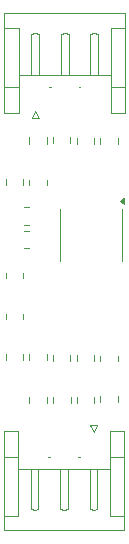
<source format=gbr>
%TF.GenerationSoftware,KiCad,Pcbnew,9.0.4*%
%TF.CreationDate,2025-09-26T15:47:01+05:30*%
%TF.ProjectId,EMG,454d472e-6b69-4636-9164-5f7063625858,rev?*%
%TF.SameCoordinates,Original*%
%TF.FileFunction,Legend,Top*%
%TF.FilePolarity,Positive*%
%FSLAX46Y46*%
G04 Gerber Fmt 4.6, Leading zero omitted, Abs format (unit mm)*
G04 Created by KiCad (PCBNEW 9.0.4) date 2025-09-26 15:47:01*
%MOMM*%
%LPD*%
G01*
G04 APERTURE LIST*
%ADD10C,0.120000*%
G04 APERTURE END LIST*
D10*
%TO.C,C8*%
X128575000Y-67456248D02*
X128575000Y-67978752D01*
X130045000Y-67456248D02*
X130045000Y-67978752D01*
%TO.C,C7*%
X130565000Y-67456248D02*
X130565000Y-67978752D01*
X132035000Y-67456248D02*
X132035000Y-67978752D01*
%TO.C,R3*%
X128565000Y-45502936D02*
X128565000Y-45957064D01*
X130035000Y-45502936D02*
X130035000Y-45957064D01*
%TO.C,C5*%
X126565000Y-64391252D02*
X126565000Y-63868748D01*
X128035000Y-64391252D02*
X128035000Y-63868748D01*
%TO.C,R2*%
X132565000Y-45590436D02*
X132565000Y-46044564D01*
X134035000Y-45590436D02*
X134035000Y-46044564D01*
%TO.C,C1*%
X126565000Y-46028752D02*
X126565000Y-45506248D01*
X128035000Y-46028752D02*
X128035000Y-45506248D01*
%TO.C,C2*%
X124565000Y-49578752D02*
X124565000Y-49056248D01*
X126035000Y-49578752D02*
X126035000Y-49056248D01*
%TO.C,U1*%
X129190000Y-53767500D02*
X129190000Y-51567500D01*
X129190000Y-53767500D02*
X129190000Y-55967500D01*
X134410000Y-53767500D02*
X134410000Y-51567500D01*
X134410000Y-53767500D02*
X134410000Y-55967500D01*
X134540000Y-51107500D02*
X134210000Y-50867500D01*
X134540000Y-50627500D01*
X134540000Y-51107500D01*
G36*
X134540000Y-51107500D02*
G01*
X134210000Y-50867500D01*
X134540000Y-50627500D01*
X134540000Y-51107500D01*
G37*
%TO.C,R6*%
X124565000Y-56952936D02*
X124565000Y-57407064D01*
X126035000Y-56952936D02*
X126035000Y-57407064D01*
%TO.C,R10*%
X132565000Y-67440436D02*
X132565000Y-67894564D01*
X134035000Y-67440436D02*
X134035000Y-67894564D01*
%TO.C,J1*%
X124390000Y-70357500D02*
X125610000Y-70357500D01*
X124390000Y-77557500D02*
X125610000Y-77557500D01*
X124390000Y-78777500D02*
X124390000Y-70357500D01*
X125610000Y-70357500D02*
X125610000Y-72557500D01*
X125610000Y-72557500D02*
X124390000Y-72557500D01*
X125610000Y-77557500D02*
X125610000Y-72557500D01*
X126680000Y-73557500D02*
X127000000Y-73557500D01*
X126680000Y-76977500D02*
X126680000Y-73557500D01*
X127000000Y-73557500D02*
X127320000Y-73557500D01*
X127000000Y-77057500D02*
X126680000Y-76977500D01*
X127320000Y-73557500D02*
X127320000Y-76977500D01*
X127320000Y-76977500D02*
X127000000Y-77057500D01*
X128330000Y-72557500D02*
X128170000Y-72557500D01*
X129180000Y-73557500D02*
X129500000Y-73557500D01*
X129180000Y-76977500D02*
X129180000Y-73557500D01*
X129500000Y-73557500D02*
X129820000Y-73557500D01*
X129500000Y-77057500D02*
X129180000Y-76977500D01*
X129820000Y-73557500D02*
X129820000Y-76977500D01*
X129820000Y-76977500D02*
X129500000Y-77057500D01*
X130830000Y-72557500D02*
X130670000Y-72557500D01*
X131680000Y-73557500D02*
X132000000Y-73557500D01*
X131680000Y-76977500D02*
X131680000Y-73557500D01*
X131700000Y-69867500D02*
X132000000Y-70467500D01*
X132000000Y-70467500D02*
X132300000Y-69867500D01*
X132000000Y-73557500D02*
X132320000Y-73557500D01*
X132000000Y-77057500D02*
X131680000Y-76977500D01*
X132300000Y-69867500D02*
X131700000Y-69867500D01*
X132320000Y-73557500D02*
X132320000Y-76977500D01*
X132320000Y-76977500D02*
X132000000Y-77057500D01*
X133390000Y-70357500D02*
X134610000Y-70357500D01*
X133390000Y-72557500D02*
X133390000Y-70357500D01*
X133390000Y-72557500D02*
X134610000Y-72557500D01*
X133390000Y-73557500D02*
X125610000Y-73557500D01*
X133390000Y-77557500D02*
X133390000Y-72557500D01*
X134610000Y-70357500D02*
X134610000Y-78777500D01*
X134610000Y-77557500D02*
X133390000Y-77557500D01*
X134610000Y-78777500D02*
X124390000Y-78777500D01*
%TO.C,C3*%
X130565000Y-45556248D02*
X130565000Y-46078752D01*
X132035000Y-45556248D02*
X132035000Y-46078752D01*
%TO.C,J2*%
X124440000Y-34990000D02*
X134660000Y-34990000D01*
X124440000Y-36210000D02*
X125660000Y-36210000D01*
X124440000Y-43410000D02*
X124440000Y-34990000D01*
X125660000Y-36210000D02*
X125660000Y-41210000D01*
X125660000Y-40210000D02*
X133440000Y-40210000D01*
X125660000Y-41210000D02*
X124440000Y-41210000D01*
X125660000Y-41210000D02*
X125660000Y-43410000D01*
X125660000Y-43410000D02*
X124440000Y-43410000D01*
X126730000Y-36790000D02*
X127050000Y-36710000D01*
X126730000Y-40210000D02*
X126730000Y-36790000D01*
X126750000Y-43900000D02*
X127350000Y-43900000D01*
X127050000Y-36710000D02*
X127370000Y-36790000D01*
X127050000Y-40210000D02*
X126730000Y-40210000D01*
X127050000Y-43300000D02*
X126750000Y-43900000D01*
X127350000Y-43900000D02*
X127050000Y-43300000D01*
X127370000Y-36790000D02*
X127370000Y-40210000D01*
X127370000Y-40210000D02*
X127050000Y-40210000D01*
X128220000Y-41210000D02*
X128380000Y-41210000D01*
X129230000Y-36790000D02*
X129550000Y-36710000D01*
X129230000Y-40210000D02*
X129230000Y-36790000D01*
X129550000Y-36710000D02*
X129870000Y-36790000D01*
X129550000Y-40210000D02*
X129230000Y-40210000D01*
X129870000Y-36790000D02*
X129870000Y-40210000D01*
X129870000Y-40210000D02*
X129550000Y-40210000D01*
X130720000Y-41210000D02*
X130880000Y-41210000D01*
X131730000Y-36790000D02*
X132050000Y-36710000D01*
X131730000Y-40210000D02*
X131730000Y-36790000D01*
X132050000Y-36710000D02*
X132370000Y-36790000D01*
X132050000Y-40210000D02*
X131730000Y-40210000D01*
X132370000Y-36790000D02*
X132370000Y-40210000D01*
X132370000Y-40210000D02*
X132050000Y-40210000D01*
X133440000Y-36210000D02*
X133440000Y-41210000D01*
X133440000Y-41210000D02*
X134660000Y-41210000D01*
X133440000Y-43410000D02*
X133440000Y-41210000D01*
X134660000Y-34990000D02*
X134660000Y-43410000D01*
X134660000Y-36210000D02*
X133440000Y-36210000D01*
X134660000Y-43410000D02*
X133440000Y-43410000D01*
%TO.C,R5*%
X126537064Y-53445000D02*
X126082936Y-53445000D01*
X126537064Y-54915000D02*
X126082936Y-54915000D01*
%TO.C,R1*%
X126565000Y-49544564D02*
X126565000Y-49090436D01*
X128035000Y-49544564D02*
X128035000Y-49090436D01*
%TO.C,R8*%
X128565000Y-64407064D02*
X128565000Y-63952936D01*
X130035000Y-64407064D02*
X130035000Y-63952936D01*
%TO.C,C9*%
X126565000Y-67456248D02*
X126565000Y-67978752D01*
X128035000Y-67456248D02*
X128035000Y-67978752D01*
%TO.C,R9*%
X132565000Y-64027936D02*
X132565000Y-64482064D01*
X134035000Y-64027936D02*
X134035000Y-64482064D01*
%TO.C,C4*%
X124575000Y-63868748D02*
X124575000Y-64391252D01*
X126045000Y-63868748D02*
X126045000Y-64391252D01*
%TO.C,C6*%
X130565000Y-63956248D02*
X130565000Y-64478752D01*
X132035000Y-63956248D02*
X132035000Y-64478752D01*
%TO.C,R4*%
X126082936Y-51445000D02*
X126537064Y-51445000D01*
X126082936Y-52915000D02*
X126537064Y-52915000D01*
%TO.C,R7*%
X124565000Y-60452936D02*
X124565000Y-60907064D01*
X126035000Y-60452936D02*
X126035000Y-60907064D01*
%TD*%
M02*

</source>
